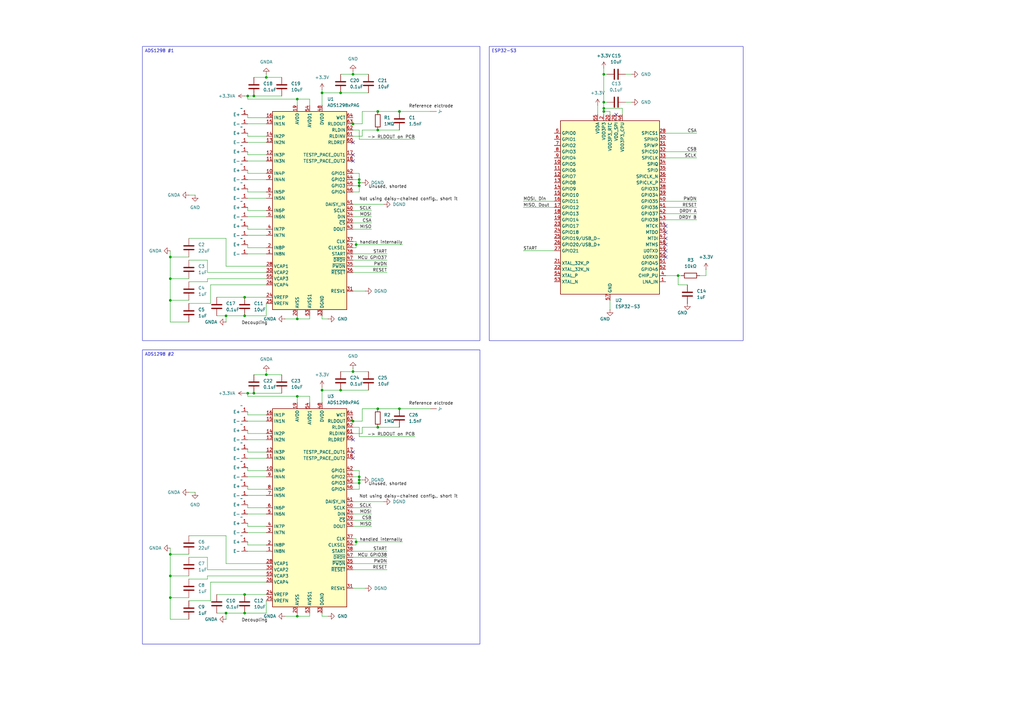
<source format=kicad_sch>
(kicad_sch (version 20250114) (generator "eeschema") (generator_version "9.0")
  (paper "A3")
  (title_block (title "sEMG Wirstband") (company "McGill AI Lab - Researcher: Karen Chen Lai"))
  (lib_symbols
    (symbol "Analog_ADC:ADS1298xPAG"
      (property "Reference" "U" (at -15.24 41.91 0))
      (property "Value" "ADS1298xPAG" (at 6.35 41.91 0))
      (symbol "ADS1298xPAG_0_1"
        (rectangle (start -15.24 40.64) (end 15.24 -40.64) (stroke (width 0.254)) (fill (type background)))
      )
      (symbol "ADS1298xPAG_1_1"
        (pin input line (at -17.78 38.1 0) (length 2.54) (name "IN1P") (number "16"))
        (pin input line (at -17.78 35.56 0) (length 2.54) (name "IN1N") (number "15"))
        (pin input line (at -17.78 30.48 0) (length 2.54) (name "IN2P") (number "14"))
        (pin input line (at -17.78 27.94 0) (length 2.54) (name "IN2N") (number "13"))
        (pin input line (at -17.78 22.86 0) (length 2.54) (name "IN3P") (number "12"))
        (pin input line (at -17.78 20.32 0) (length 2.54) (name "IN3N") (number "11"))
        (pin input line (at -17.78 15.24 0) (length 2.54) (name "IN4P") (number "10"))
        (pin input line (at -17.78 12.7 0) (length 2.54) (name "IN4N") (number "9"))
        (pin input line (at -17.78 7.62 0) (length 2.54) (name "IN5P") (number "8"))
        (pin input line (at -17.78 5.08 0) (length 2.54) (name "IN5N") (number "7"))
        (pin input line (at -17.78 0 0) (length 2.54) (name "IN6P") (number "6"))
        (pin input line (at -17.78 -2.54 0) (length 2.54) (name "IN6N") (number "5"))
        (pin input line (at -17.78 -7.62 0) (length 2.54) (name "IN7P") (number "4"))
        (pin input line (at -17.78 -10.16 0) (length 2.54) (name "IN7N") (number "3"))
        (pin input line (at -17.78 -15.24 0) (length 2.54) (name "IN8P") (number "2"))
        (pin input line (at -17.78 -17.78 0) (length 2.54) (name "IN8N") (number "1"))
        (pin passive line (at -17.78 -22.86 0) (length 2.54) (name "VCAP1") (number "28"))
        (pin passive line (at -17.78 -25.4 0) (length 2.54) (name "VCAP2") (number "30"))
        (pin passive line (at -17.78 -27.94 0) (length 2.54) (name "VCAP3") (number "55"))
        (pin passive line (at -17.78 -30.48 0) (length 2.54) (name "VCAP4") (number "26"))
        (pin passive line (at -17.78 -35.56 0) (length 2.54) (name "VREFP") (number "24"))
        (pin passive line (at -17.78 -38.1 0) (length 2.54) (name "VREFN") (number "25"))
        (pin power_in line (at -5.08 43.18 270) (length 2.54) (name "AVDD") (number "19"))
        (pin passive line (at -5.08 43.18 270) (length 2.54) (hide yes) (name "AVDD") (number "21"))
        (pin passive line (at -5.08 43.18 270) (length 2.54) (hide yes) (name "AVDD") (number "22"))
        (pin passive line (at -5.08 43.18 270) (length 2.54) (hide yes) (name "AVDD") (number "56"))
        (pin passive line (at -5.08 43.18 270) (length 2.54) (hide yes) (name "AVDD") (number "59"))
        (pin power_in line (at -5.08 -43.18 90) (length 2.54) (name "AVSS") (number "20"))
        (pin passive line (at -5.08 -43.18 90) (length 2.54) (hide yes) (name "AVSS") (number "23"))
        (pin passive line (at -5.08 -43.18 90) (length 2.54) (hide yes) (name "AVSS") (number "32"))
        (pin passive line (at -5.08 -43.18 90) (length 2.54) (hide yes) (name "AVSS") (number "57"))
        (pin passive line (at -5.08 -43.18 90) (length 2.54) (hide yes) (name "AVSS") (number "58"))
        (pin power_in line (at 0 43.18 270) (length 2.54) (name "AVDD1") (number "54"))
        (pin power_in line (at 0 -43.18 90) (length 2.54) (name "AVSS1") (number "53"))
        (pin power_in line (at 5.08 43.18 270) (length 2.54) (name "DVDD") (number "48"))
        (pin passive line (at 5.08 43.18 270) (length 2.54) (hide yes) (name "DVDD") (number "50"))
        (pin power_in line (at 5.08 -43.18 90) (length 2.54) (name "DGND") (number "33"))
        (pin passive line (at 5.08 -43.18 90) (length 2.54) (hide yes) (name "DGND") (number "49"))
        (pin passive line (at 5.08 -43.18 90) (length 2.54) (hide yes) (name "DGND") (number "51"))
        (pin no_connect line (at 15.24 -35.56 180) (length 2.54) (hide yes) (name "NC") (number "27"))
        (pin no_connect line (at 15.24 -38.1 180) (length 2.54) (hide yes) (name "NC") (number "29"))
        (pin output line (at 17.78 38.1 180) (length 2.54) (name "WCT") (number "64"))
        (pin output line (at 17.78 35.56 180) (length 2.54) (name "RLDOUT") (number "63"))
        (pin input line (at 17.78 33.02 180) (length 2.54) (name "RLDIN") (number "62"))
        (pin input line (at 17.78 30.48 180) (length 2.54) (name "RLDINV") (number "61"))
        (pin input line (at 17.78 27.94 180) (length 2.54) (name "RLDREF") (number "60"))
        (pin bidirectional line (at 17.78 22.86 180) (length 2.54) (name "TESTP_PACE_OUT1") (number "17"))
        (pin bidirectional line (at 17.78 20.32 180) (length 2.54) (name "TESTP_PACE_OUT2") (number "18"))
        (pin bidirectional line (at 17.78 15.24 180) (length 2.54) (name "GPIO1") (number "42"))
        (pin bidirectional line (at 17.78 12.7 180) (length 2.54) (name "GPIO2") (number "44"))
        (pin bidirectional line (at 17.78 10.16 180) (length 2.54) (name "GPIO3") (number "45"))
        (pin bidirectional line (at 17.78 7.62 180) (length 2.54) (name "GPIO4") (number "46"))
        (pin input line (at 17.78 2.54 180) (length 2.54) (name "DAISY_IN") (number "41"))
        (pin input line (at 17.78 0 180) (length 2.54) (name "SCLK") (number "40"))
        (pin input line (at 17.78 -2.54 180) (length 2.54) (name "DIN") (number "34"))
        (pin input line (at 17.78 -5.08 180) (length 2.54) (name "~{CS}") (number "39"))
        (pin output line (at 17.78 -7.62 180) (length 2.54) (name "DOUT") (number "43"))
        (pin bidirectional line (at 17.78 -12.7 180) (length 2.54) (name "CLK") (number "37"))
        (pin input line (at 17.78 -15.24 180) (length 2.54) (name "CLKSEL") (number "52"))
        (pin input line (at 17.78 -17.78 180) (length 2.54) (name "START") (number "38"))
        (pin output line (at 17.78 -20.32 180) (length 2.54) (name "~{DRDY}") (number "47"))
        (pin input line (at 17.78 -22.86 180) (length 2.54) (name "~{PWDN}") (number "35"))
        (pin input line (at 17.78 -25.4 180) (length 2.54) (name "~{RESET}") (number "36"))
        (pin input line (at 17.78 -33.02 180) (length 2.54) (name "RESV1") (number "31"))
      )
    )
    (symbol "Device:C" (pin_numbers (hide yes)) (pin_names (offset 0.254))
      (property "Reference" "C" (at 0.635 2.54 0))
      (property "Value" "C" (at 0.635 -2.54 0))
      (symbol "C_0_1"
        (polyline (pts (xy -2.032 0.762) (xy 2.032 0.762)) (stroke (width 0.508)))
        (polyline (pts (xy -2.032 -0.762) (xy 2.032 -0.762)) (stroke (width 0.508)))
      )
      (symbol "C_1_1"
        (pin passive line (at 0 3.81 270) (length 2.794) (name "~") (number "1"))
        (pin passive line (at 0 -3.81 90) (length 2.794) (name "~") (number "2"))
      )
    )
    (symbol "Device:R" (pin_numbers (hide yes)) (pin_names (offset 0))
      (property "Reference" "R" (at 2.032 0 90))
      (property "Value" "R" (at 0 0 90))
      (symbol "R_0_1"
        (rectangle (start -1.016 -2.54) (end 1.016 2.54) (stroke (width 0.254)))
      )
      (symbol "R_1_1"
        (pin passive line (at 0 3.81 270) (length 1.27) (name "~") (number "1"))
        (pin passive line (at 0 -3.81 90) (length 1.27) (name "~") (number "2"))
      )
    )
    (symbol "MCU_Espressif:ESP32-S3"
      (property "Reference" "U" (at 10.16 -38.1 0))
      (property "Value" "ESP32-S3" (at 13.97 -40.64 0))
      (symbol "ESP32-S3_0_1"
        (rectangle (start -20.32 35.56) (end 20.32 -35.56) (stroke (width 0.254)) (fill (type background)))
      )
      (symbol "ESP32-S3_1_0"
        (pin passive line (at -5.08 38.1 270) (length 2.54) (hide yes) (name "VDDA") (number "56"))
        (pin bidirectional line (at 22.86 12.7 180) (length 2.54) (name "SPICLK_N") (number "36"))
        (pin bidirectional line (at 22.86 -10.16 180) (length 2.54) (name "MTDO") (number "45"))
        (pin bidirectional line (at 22.86 -22.86 180) (length 2.54) (name "GPIO45") (number "51"))
      )
      (symbol "ESP32-S3_1_1"
        (pin bidirectional line (at -22.86 30.48 0) (length 2.54) (name "GPIO0") (number "5"))
        (pin bidirectional line (at -22.86 27.94 0) (length 2.54) (name "GPIO1") (number "6"))
        (pin bidirectional line (at -22.86 25.4 0) (length 2.54) (name "GPIO2") (number "7"))
        (pin bidirectional line (at -22.86 22.86 0) (length 2.54) (name "GPIO3") (number "8"))
        (pin bidirectional line (at -22.86 20.32 0) (length 2.54) (name "GPIO4") (number "9"))
        (pin bidirectional line (at -22.86 17.78 0) (length 2.54) (name "GPIO5") (number "10"))
        (pin bidirectional line (at -22.86 15.24 0) (length 2.54) (name "GPIO6") (number "11"))
        (pin bidirectional line (at -22.86 12.7 0) (length 2.54) (name "GPIO7") (number "12"))
        (pin bidirectional line (at -22.86 10.16 0) (length 2.54) (name "GPIO8") (number "13"))
        (pin bidirectional line (at -22.86 7.62 0) (length 2.54) (name "GPIO9") (number "14"))
        (pin bidirectional line (at -22.86 5.08 0) (length 2.54) (name "GPIO10") (number "15"))
        (pin bidirectional line (at -22.86 2.54 0) (length 2.54) (name "GPIO11") (number "16"))
        (pin bidirectional line (at -22.86 0 0) (length 2.54) (name "GPIO12") (number "17"))
        (pin bidirectional line (at -22.86 -2.54 0) (length 2.54) (name "GPIO13") (number "18"))
        (pin bidirectional line (at -22.86 -5.08 0) (length 2.54) (name "GPIO14") (number "19"))
        (pin bidirectional line (at -22.86 -7.62 0) (length 2.54) (name "GPIO17") (number "23"))
        (pin bidirectional line (at -22.86 -10.16 0) (length 2.54) (name "GPIO18") (number "24"))
        (pin bidirectional line (at -22.86 -12.7 0) (length 2.54) (name "GPIO19/USB_D-") (number "25"))
        (pin bidirectional line (at -22.86 -15.24 0) (length 2.54) (name "GPIO20/USB_D+") (number "26"))
        (pin bidirectional line (at -22.86 -17.78 0) (length 2.54) (name "GPIO21") (number "27"))
        (pin passive line (at -22.86 -22.86 0) (length 2.54) (name "XTAL_32K_P") (number "21"))
        (pin passive line (at -22.86 -25.4 0) (length 2.54) (name "XTAL_32K_N") (number "22"))
        (pin input line (at -22.86 -27.94 0) (length 2.54) (name "XTAL_P") (number "54"))
        (pin output line (at -22.86 -30.48 0) (length 2.54) (name "XTAL_N") (number "53"))
        (pin power_in line (at -5.08 38.1 270) (length 2.54) (name "VDDA") (number "55"))
        (pin power_in line (at -2.54 38.1 270) (length 2.54) (name "VDD3P3") (number "2"))
        (pin passive line (at -2.54 38.1 270) (length 2.54) (hide yes) (name "VDD3P3") (number "3"))
        (pin power_in line (at 0 38.1 270) (length 2.54) (name "VDD3P3_RTC") (number "20"))
        (pin power_in line (at 0 -38.1 90) (length 2.54) (name "GND") (number "57"))
        (pin power_in line (at 2.54 38.1 270) (length 2.54) (name "VDD_SPI") (number "29"))
        (pin power_in line (at 5.08 38.1 270) (length 2.54) (name "VDD3P3_CPU") (number "46"))
        (pin bidirectional line (at 22.86 30.48 180) (length 2.54) (name "SPICS1") (number "28"))
        (pin bidirectional line (at 22.86 27.94 180) (length 2.54) (name "SPIHD") (number "30"))
        (pin bidirectional line (at 22.86 25.4 180) (length 2.54) (name "SPIWP") (number "31"))
        (pin bidirectional line (at 22.86 22.86 180) (length 2.54) (name "SPICS0") (number "32"))
        (pin bidirectional line (at 22.86 20.32 180) (length 2.54) (name "SPICLK") (number "33"))
        (pin bidirectional line (at 22.86 17.78 180) (length 2.54) (name "SPIQ") (number "34"))
        (pin bidirectional line (at 22.86 15.24 180) (length 2.54) (name "SPID") (number "35"))
        (pin bidirectional line (at 22.86 10.16 180) (length 2.54) (name "SPICLK_P") (number "37"))
        (pin bidirectional line (at 22.86 7.62 180) (length 2.54) (name "GPIO33") (number "38"))
        (pin bidirectional line (at 22.86 5.08 180) (length 2.54) (name "GPIO34") (number "39"))
        (pin bidirectional line (at 22.86 2.54 180) (length 2.54) (name "GPIO35") (number "40"))
        (pin bidirectional line (at 22.86 0 180) (length 2.54) (name "GPIO36") (number "41"))
        (pin bidirectional line (at 22.86 -2.54 180) (length 2.54) (name "GPIO37") (number "42"))
        (pin bidirectional line (at 22.86 -5.08 180) (length 2.54) (name "GPIO38") (number "43"))
        (pin bidirectional line (at 22.86 -7.62 180) (length 2.54) (name "MTCK") (number "44"))
        (pin bidirectional line (at 22.86 -12.7 180) (length 2.54) (name "MTDI") (number "47"))
        (pin bidirectional line (at 22.86 -15.24 180) (length 2.54) (name "MTMS") (number "48"))
        (pin bidirectional line (at 22.86 -17.78 180) (length 2.54) (name "U0TXD") (number "49"))
        (pin bidirectional line (at 22.86 -20.32 180) (length 2.54) (name "U0RXD") (number "50"))
        (pin bidirectional line (at 22.86 -25.4 180) (length 2.54) (name "GPIO46") (number "52"))
        (pin input line (at 22.86 -27.94 180) (length 2.54) (name "CHIP_PU") (number "4"))
        (pin bidirectional line (at 22.86 -30.48 180) (length 2.54) (name "LNA_IN") (number "1"))
      )
    )
    (symbol "differential_electrode_1"
      (symbol "differential_electrode_1_1_1"
        (pin passive line (at 1.27 1.27 180) (length 2.54) (name "E+") (number "1"))
        (pin passive line (at 1.27 -2.54 180) (length 2.54) (name "E-") (number "1"))
      )
    )
    (symbol "differential_electrode_10"
      (symbol "differential_electrode_10_1_1"
        (pin passive line (at 1.27 1.27 180) (length 2.54) (name "E+") (number "1"))
        (pin passive line (at 1.27 -2.54 180) (length 2.54) (name "E-") (number "1"))
      )
    )
    (symbol "differential_electrode_11"
      (symbol "differential_electrode_11_1_1"
        (pin passive line (at 1.27 1.27 180) (length 2.54) (name "E+") (number "1"))
        (pin passive line (at 1.27 -2.54 180) (length 2.54) (name "E-") (number "1"))
      )
    )
    (symbol "differential_electrode_12"
      (symbol "differential_electrode_12_1_1"
        (pin passive line (at 1.27 1.27 180) (length 2.54) (name "E+") (number "1"))
        (pin passive line (at 1.27 -2.54 180) (length 2.54) (name "E-") (number "1"))
      )
    )
    (symbol "differential_electrode_13"
      (symbol "differential_electrode_13_1_1"
        (pin passive line (at 1.27 1.27 180) (length 2.54) (name "E+") (number "1"))
        (pin passive line (at 1.27 -2.54 180) (length 2.54) (name "E-") (number "1"))
      )
    )
    (symbol "differential_electrode_14"
      (symbol "differential_electrode_14_1_1"
        (pin passive line (at 1.27 1.27 180) (length 2.54) (name "E+") (number "1"))
        (pin passive line (at 1.27 -2.54 180) (length 2.54) (name "E-") (number "1"))
      )
    )
    (symbol "differential_electrode_15"
      (symbol "differential_electrode_15_1_1"
        (pin passive line (at 1.27 1.27 180) (length 2.54) (name "E+") (number "1"))
        (pin passive line (at 1.27 -2.54 180) (length 2.54) (name "E-") (number "1"))
      )
    )
    (symbol "differential_electrode_2"
      (symbol "differential_electrode_2_1_1"
        (pin passive line (at 1.27 1.27 180) (length 2.54) (name "E+") (number "1"))
        (pin passive line (at 1.27 -2.54 180) (length 2.54) (name "E-") (number "1"))
      )
    )
    (symbol "differential_electrode_3"
      (symbol "differential_electrode_3_1_1"
        (pin passive line (at 1.27 1.27 180) (length 2.54) (name "E+") (number "1"))
        (pin passive line (at 1.27 -2.54 180) (length 2.54) (name "E-") (number "1"))
      )
    )
    (symbol "differential_electrode_4"
      (symbol "differential_electrode_4_1_1"
        (pin passive line (at 1.27 1.27 180) (length 2.54) (name "E+") (number "1"))
        (pin passive line (at 1.27 -2.54 180) (length 2.54) (name "E-") (number "1"))
      )
    )
    (symbol "differential_electrode_5"
      (symbol "differential_electrode_5_1_1"
        (pin passive line (at 1.27 1.27 180) (length 2.54) (name "E+") (number "1"))
        (pin passive line (at 1.27 -2.54 180) (length 2.54) (name "E-") (number "1"))
      )
    )
    (symbol "differential_electrode_6"
      (symbol "differential_electrode_6_1_1"
        (pin passive line (at 1.27 1.27 180) (length 2.54) (name "E+") (number "1"))
        (pin passive line (at 1.27 -2.54 180) (length 2.54) (name "E-") (number "1"))
      )
    )
    (symbol "differential_electrode_7"
      (symbol "differential_electrode_7_1_1"
        (pin passive line (at 1.27 1.27 180) (length 2.54) (name "E+") (number "1"))
        (pin passive line (at 1.27 -2.54 180) (length 2.54) (name "E-") (number "1"))
      )
    )
    (symbol "differential_electrode_8"
      (symbol "differential_electrode_8_1_1"
        (pin passive line (at 1.27 1.27 180) (length 2.54) (name "E+") (number "1"))
        (pin passive line (at 1.27 -2.54 180) (length 2.54) (name "E-") (number "1"))
      )
    )
    (symbol "differential_electrode_9"
      (symbol "differential_electrode_9_1_1"
        (pin passive line (at 1.27 1.27 180) (length 2.54) (name "E+") (number "1"))
        (pin passive line (at 1.27 -2.54 180) (length 2.54) (name "E-") (number "1"))
      )
    )
    (symbol "dry_electrode:differential_electrode"
      (symbol "differential_electrode_1_1"
        (pin passive line (at 1.27 1.27 180) (length 2.54) (name "E+") (number "1"))
        (pin passive line (at 1.27 -2.54 180) (length 2.54) (name "E-") (number "1"))
      )
    )
    (symbol "power:GND" (power) (pin_numbers (hide yes)) (pin_names (offset 0) (hide yes))
      (property "Value" "GND" (at 0 -3.81 0))
      (symbol "GND_0_1"
        (polyline (pts (xy 0 0) (xy 0 -1.27) (xy 1.27 -1.27) (xy 0 -2.54) (xy -1.27 -1.27) (xy 0 -1.27)))
      )
      (symbol "GND_1_1"
        (pin power_in line (at 0 0 270) (length 0) (name "~") (number "1"))
      )
    )
    (symbol "power:VDD" (power) (pin_numbers (hide yes)) (pin_names (offset 0) (hide yes))
      (property "Value" "VDD" (at 0 3.556 0))
      (symbol "VDD_0_1"
        (polyline (pts (xy -0.762 1.27) (xy 0 2.54)))
        (polyline (pts (xy 0 2.54) (xy 0.762 1.27)))
        (polyline (pts (xy 0 0) (xy 0 2.54)))
      )
      (symbol "VDD_1_1"
        (pin power_in line (at 0 0 90) (length 0) (name "~") (number "1"))
      )
    )
    (symbol "power:VDDA" (power) (pin_numbers (hide yes)) (pin_names (offset 0) (hide yes))
      (property "Value" "VDDA" (at 0 3.556 0))
      (symbol "VDDA_0_1"
        (polyline (pts (xy -0.762 1.27) (xy 0 2.54)))
        (polyline (pts (xy 0 2.54) (xy 0.762 1.27)))
        (polyline (pts (xy 0 0) (xy 0 2.54)))
      )
      (symbol "VDDA_1_1"
        (pin power_in line (at 0 0 90) (length 0) (name "~") (number "1"))
      )
    )
    (symbol "ref_electrode:J"
      (symbol "J_1_1"
        (pin passive line (at 1.27 0 0) (length 2.54) (name "J") (number ""))
      )
    )
  )
  (text_box "ADS1298 #2" (at 58.42 143.51 0) (size 138.43 120.65) (margins 0.9525 0.9525 0.9525 0.9525) (effects (font (size 1.27 1.27)) (justify left top)))
  (text_box "ESP32-S3\n" (at 200.66 19.05 0) (size 104.14 120.65) (margins 0.9525 0.9525 0.9525 0.9525) (effects (font (size 1.27 1.27)) (justify left top)))
  (text_box "ADS1298 #1\n" (at 58.42 19.05 0) (size 138.43 120.65) (margins 0.9525 0.9525 0.9525 0.9525) (effects (font (size 1.27 1.27)) (justify left top)))
  (junction (at 132.08 160.02))
  (junction (at 69.85 105.41))
  (junction (at 109.22 31.75))
  (junction (at 144.78 50.8))
  (junction (at 147.32 76.2))
  (junction (at 247.65 45.72))
  (junction (at 69.85 227.33))
  (junction (at 146.05 222.25))
  (junction (at 146.05 100.33))
  (junction (at 121.92 162.56))
  (junction (at 163.83 45.72))
  (junction (at 69.85 123.19))
  (junction (at 109.22 153.67))
  (junction (at 69.85 245.11))
  (junction (at 163.83 167.64))
  (junction (at 100.33 129.54))
  (junction (at 147.32 198.12))
  (junction (at 92.71 129.54))
  (junction (at 121.92 40.64))
  (junction (at 104.14 39.37))
  (junction (at 147.32 196.85))
  (junction (at 247.65 30.48))
  (junction (at 154.94 53.34))
  (junction (at 121.92 252.73))
  (junction (at 101.6 39.37))
  (junction (at 154.94 175.26))
  (junction (at 104.14 161.29))
  (junction (at 154.94 167.64))
  (junction (at 69.85 236.22))
  (junction (at 101.6 161.29))
  (junction (at 121.92 130.81))
  (junction (at 144.78 30.48))
  (junction (at 69.85 114.3))
  (junction (at 100.33 243.84))
  (junction (at 139.7 160.02))
  (junction (at 247.65 41.91))
  (junction (at 147.32 74.93))
  (junction (at 100.33 251.46))
  (junction (at 154.94 45.72))
  (junction (at 147.32 195.58))
  (junction (at 144.78 172.72))
  (junction (at 278.13 113.03))
  (junction (at 144.78 152.4))
  (junction (at 139.7 38.1))
  (junction (at 247.65 44.45))
  (junction (at 147.32 73.66))
  (junction (at 92.71 251.46))
  (junction (at 132.08 38.1))
  (junction (at 100.33 121.92))
  (no_connect (at 144.78 185.42))
  (no_connect (at 144.78 187.96))
  (no_connect (at 144.78 58.42))
  (no_connect (at 252.73 46.99))
  (no_connect (at 273.05 105.41))
  (no_connect (at 273.05 92.71))
  (no_connect (at 144.78 66.04))
  (no_connect (at 273.05 97.79))
  (no_connect (at 144.78 180.34))
  (no_connect (at 273.05 102.87))
  (no_connect (at 273.05 95.25))
  (no_connect (at 144.78 63.5))
  (no_connect (at 273.05 100.33))
  (wire (pts (xy 165.1 100.33) (xy 146.05 100.33)))
  (wire (pts (xy 101.6 48.26) (xy 101.6 46.99)))
  (wire (pts (xy 109.22 177.8) (xy 101.6 177.8)))
  (wire (pts (xy 101.6 180.34) (xy 109.22 180.34)))
  (wire (pts (xy 109.22 71.12) (xy 101.6 71.12)))
  (wire (pts (xy 273.05 82.55) (xy 285.75 82.55)))
  (wire (pts (xy 101.6 63.5) (xy 101.6 62.23)))
  (wire (pts (xy 101.6 66.04) (xy 109.22 66.04)))
  (wire (pts (xy 163.83 167.64) (xy 176.53 167.64)))
  (wire (pts (xy 144.78 226.06) (xy 158.75 226.06)))
  (wire (pts (xy 101.6 215.9) (xy 101.6 214.63)))
  (wire (pts (xy 146.05 222.25) (xy 146.05 220.98)))
  (wire (pts (xy 144.78 111.76) (xy 158.75 111.76)))
  (wire (pts (xy 109.22 170.18) (xy 101.6 170.18)))
  (wire (pts (xy 101.6 58.42) (xy 109.22 58.42)))
  (wire (pts (xy 248.92 30.48) (xy 247.65 30.48)))
  (wire (pts (xy 101.6 210.82) (xy 109.22 210.82)))
  (wire (pts (xy 69.85 105.41) (xy 69.85 114.3)))
  (wire (pts (xy 147.32 198.12) (xy 147.32 200.66)))
  (wire (pts (xy 121.92 130.81) (xy 127 130.81)))
  (wire (pts (xy 69.85 114.3) (xy 77.47 114.3)))
  (wire (pts (xy 109.22 153.67) (xy 115.57 153.67)))
  (wire (pts (xy 127 129.54) (xy 127 130.81)))
  (wire (pts (xy 109.22 200.66) (xy 101.6 200.66)))
  (wire (pts (xy 92.71 231.14) (xy 92.71 219.71)))
  (wire (pts (xy 77.47 201.93) (xy 80.01 201.93)))
  (wire (pts (xy 214.63 102.87) (xy 227.33 102.87)))
  (wire (pts (xy 77.47 246.38) (xy 86.36 246.38)))
  (wire (pts (xy 144.78 93.98) (xy 152.4 93.98)))
  (wire (pts (xy 109.22 63.5) (xy 101.6 63.5)))
  (wire (pts (xy 144.78 29.21) (xy 144.78 30.48)))
  (wire (pts (xy 69.85 245.11) (xy 69.85 254)))
  (wire (pts (xy 147.32 53.34) (xy 147.32 57.15)))
  (wire (pts (xy 278.13 113.03) (xy 278.13 116.84)))
  (wire (pts (xy 109.22 152.4) (xy 109.22 153.67)))
  (wire (pts (xy 256.54 41.91) (xy 259.08 41.91)))
  (wire (pts (xy 86.36 116.84) (xy 86.36 124.46)))
  (wire (pts (xy 144.78 177.8) (xy 148.59 177.8)))
  (wire (pts (xy 247.65 44.45) (xy 255.27 44.45)))
  (wire (pts (xy 144.78 193.04) (xy 147.32 193.04)))
  (wire (pts (xy 245.11 43.18) (xy 245.11 46.99)))
  (wire (pts (xy 146.05 222.25) (xy 146.05 223.52)))
  (wire (pts (xy 278.13 113.03) (xy 279.4 113.03)))
  (wire (pts (xy 132.08 251.46) (xy 132.08 252.73)))
  (wire (pts (xy 69.85 236.22) (xy 69.85 245.11)))
  (wire (pts (xy 144.78 195.58) (xy 147.32 195.58)))
  (wire (pts (xy 144.78 198.12) (xy 147.32 198.12)))
  (wire (pts (xy 165.1 222.25) (xy 146.05 222.25)))
  (wire (pts (xy 127 251.46) (xy 127 252.73)))
  (wire (pts (xy 132.08 130.81) (xy 134.62 130.81)))
  (wire (pts (xy 144.78 223.52) (xy 146.05 223.52)))
  (wire (pts (xy 250.19 123.19) (xy 250.19 127)))
  (wire (pts (xy 69.85 227.33) (xy 69.85 236.22)))
  (wire (pts (xy 148.59 45.72) (xy 154.94 45.72)))
  (wire (pts (xy 101.6 161.29) (xy 104.14 161.29)))
  (wire (pts (xy 100.33 243.84) (xy 109.22 243.84)))
  (wire (pts (xy 146.05 100.33) (xy 146.05 99.06)))
  (wire (pts (xy 139.7 30.48) (xy 144.78 30.48)))
  (wire (pts (xy 69.85 227.33) (xy 77.47 227.33)))
  (wire (pts (xy 273.05 90.17) (xy 285.75 90.17)))
  (wire (pts (xy 121.92 162.56) (xy 121.92 165.1)))
  (wire (pts (xy 154.94 45.72) (xy 163.83 45.72)))
  (wire (pts (xy 144.78 233.68) (xy 158.75 233.68)))
  (wire (pts (xy 154.94 53.34) (xy 163.83 53.34)))
  (wire (pts (xy 247.65 30.48) (xy 247.65 41.91)))
  (wire (pts (xy 101.6 101.6) (xy 101.6 100.33)))
  (wire (pts (xy 77.47 228.6) (xy 85.09 228.6)))
  (wire (pts (xy 69.85 224.79) (xy 69.85 227.33)))
  (wire (pts (xy 101.6 78.74) (xy 101.6 77.47)))
  (wire (pts (xy 121.92 40.64) (xy 121.92 43.18)))
  (wire (pts (xy 101.6 73.66) (xy 109.22 73.66)))
  (wire (pts (xy 132.08 160.02) (xy 139.7 160.02)))
  (wire (pts (xy 109.22 31.75) (xy 115.57 31.75)))
  (wire (pts (xy 69.85 114.3) (xy 69.85 123.19)))
  (wire (pts (xy 144.78 50.8) (xy 148.59 50.8)))
  (wire (pts (xy 255.27 44.45) (xy 255.27 46.99)))
  (wire (pts (xy 273.05 64.77) (xy 285.75 64.77)))
  (wire (pts (xy 101.6 55.88) (xy 101.6 54.61)))
  (wire (pts (xy 147.32 74.93) (xy 147.32 76.2)))
  (wire (pts (xy 144.78 78.74) (xy 147.32 78.74)))
  (wire (pts (xy 154.94 167.64) (xy 163.83 167.64)))
  (wire (pts (xy 144.78 88.9) (xy 152.4 88.9)))
  (wire (pts (xy 77.47 80.01) (xy 80.01 80.01)))
  (wire (pts (xy 247.65 27.94) (xy 247.65 30.48)))
  (wire (pts (xy 109.22 109.22) (xy 92.71 109.22)))
  (wire (pts (xy 109.22 246.38) (xy 109.22 251.46)))
  (wire (pts (xy 109.22 231.14) (xy 92.71 231.14)))
  (wire (pts (xy 273.05 85.09) (xy 285.75 85.09)))
  (wire (pts (xy 101.6 161.29) (xy 101.6 162.56)))
  (wire (pts (xy 101.6 86.36) (xy 101.6 85.09)))
  (wire (pts (xy 144.78 73.66) (xy 147.32 73.66)))
  (wire (pts (xy 101.6 223.52) (xy 101.6 222.25)))
  (wire (pts (xy 101.6 226.06) (xy 109.22 226.06)))
  (wire (pts (xy 250.19 46.99) (xy 250.19 45.72)))
  (wire (pts (xy 101.6 162.56) (xy 121.92 162.56)))
  (wire (pts (xy 144.78 101.6) (xy 146.05 101.6)))
  (wire (pts (xy 247.65 44.45) (xy 247.65 45.72)))
  (wire (pts (xy 139.7 152.4) (xy 144.78 152.4)))
  (wire (pts (xy 86.36 238.76) (xy 86.36 246.38)))
  (wire (pts (xy 144.78 220.98) (xy 146.05 220.98)))
  (wire (pts (xy 144.78 228.6) (xy 158.75 228.6)))
  (wire (pts (xy 148.59 167.64) (xy 154.94 167.64)))
  (wire (pts (xy 109.22 129.54) (xy 100.33 129.54)))
  (wire (pts (xy 92.71 132.08) (xy 92.71 129.54)))
  (wire (pts (xy 85.09 111.76) (xy 85.09 106.68)))
  (wire (pts (xy 92.71 251.46) (xy 100.33 251.46)))
  (wire (pts (xy 101.6 71.12) (xy 101.6 69.85)))
  (wire (pts (xy 154.94 175.26) (xy 163.83 175.26)))
  (wire (pts (xy 144.78 231.14) (xy 158.75 231.14)))
  (wire (pts (xy 104.14 31.75) (xy 109.22 31.75)))
  (wire (pts (xy 101.6 39.37) (xy 101.6 40.64)))
  (wire (pts (xy 101.6 177.8) (xy 101.6 176.53)))
  (wire (pts (xy 109.22 116.84) (xy 86.36 116.84)))
  (wire (pts (xy 132.08 252.73) (xy 134.62 252.73)))
  (wire (pts (xy 101.6 93.98) (xy 101.6 92.71)))
  (wire (pts (xy 147.32 73.66) (xy 147.32 74.93)))
  (wire (pts (xy 144.78 71.12) (xy 147.32 71.12)))
  (wire (pts (xy 144.78 208.28) (xy 152.4 208.28)))
  (wire (pts (xy 144.78 53.34) (xy 147.32 53.34)))
  (wire (pts (xy 92.71 109.22) (xy 92.71 97.79)))
  (wire (pts (xy 147.32 76.2) (xy 147.32 78.74)))
  (wire (pts (xy 281.94 116.84) (xy 278.13 116.84)))
  (wire (pts (xy 148.59 177.8) (xy 148.59 175.26)))
  (wire (pts (xy 132.08 38.1) (xy 132.08 43.18)))
  (wire (pts (xy 85.09 236.22) (xy 85.09 237.49)))
  (wire (pts (xy 109.22 30.48) (xy 109.22 31.75)))
  (wire (pts (xy 116.84 130.81) (xy 121.92 130.81)))
  (wire (pts (xy 69.85 236.22) (xy 77.47 236.22)))
  (wire (pts (xy 121.92 129.54) (xy 121.92 130.81)))
  (wire (pts (xy 109.22 48.26) (xy 101.6 48.26)))
  (wire (pts (xy 109.22 236.22) (xy 85.09 236.22)))
  (wire (pts (xy 77.47 237.49) (xy 85.09 237.49)))
  (wire (pts (xy 77.47 132.08) (xy 69.85 132.08)))
  (wire (pts (xy 247.65 45.72) (xy 247.65 46.99)))
  (wire (pts (xy 146.05 100.33) (xy 146.05 101.6)))
  (wire (pts (xy 101.6 170.18) (xy 101.6 168.91)))
  (wire (pts (xy 109.22 55.88) (xy 101.6 55.88)))
  (wire (pts (xy 259.08 30.48) (xy 256.54 30.48)))
  (wire (pts (xy 101.6 104.14) (xy 109.22 104.14)))
  (wire (pts (xy 69.85 102.87) (xy 69.85 105.41)))
  (wire (pts (xy 109.22 208.28) (xy 101.6 208.28)))
  (wire (pts (xy 148.59 53.34) (xy 154.94 53.34)))
  (wire (pts (xy 148.59 172.72) (xy 148.59 167.64)))
  (wire (pts (xy 144.78 151.13) (xy 144.78 152.4)))
  (wire (pts (xy 101.6 81.28) (xy 109.22 81.28)))
  (wire (pts (xy 148.59 50.8) (xy 148.59 45.72)))
  (wire (pts (xy 127 43.18) (xy 127 40.64)))
  (wire (pts (xy 92.71 129.54) (xy 100.33 129.54)))
  (wire (pts (xy 88.9 129.54) (xy 92.71 129.54)))
  (wire (pts (xy 69.85 123.19) (xy 69.85 132.08)))
  (wire (pts (xy 247.65 41.91) (xy 247.65 44.45)))
  (wire (pts (xy 144.78 99.06) (xy 146.05 99.06)))
  (wire (pts (xy 92.71 97.79) (xy 77.47 97.79)))
  (wire (pts (xy 104.14 39.37) (xy 115.57 39.37)))
  (wire (pts (xy 109.22 185.42) (xy 101.6 185.42)))
  (wire (pts (xy 109.22 233.68) (xy 85.09 233.68)))
  (wire (pts (xy 101.6 195.58) (xy 109.22 195.58)))
  (wire (pts (xy 104.14 153.67) (xy 109.22 153.67)))
  (wire (pts (xy 144.78 104.14) (xy 158.75 104.14)))
  (wire (pts (xy 101.6 88.9) (xy 109.22 88.9)))
  (wire (pts (xy 92.71 254) (xy 92.71 251.46)))
  (wire (pts (xy 144.78 210.82) (xy 152.4 210.82)))
  (wire (pts (xy 144.78 30.48) (xy 151.13 30.48)))
  (wire (pts (xy 132.08 38.1) (xy 139.7 38.1)))
  (wire (pts (xy 121.92 252.73) (xy 127 252.73)))
  (wire (pts (xy 88.9 251.46) (xy 92.71 251.46)))
  (wire (pts (xy 85.09 233.68) (xy 85.09 228.6)))
  (wire (pts (xy 88.9 243.84) (xy 100.33 243.84)))
  (wire (pts (xy 144.78 76.2) (xy 147.32 76.2)))
  (wire (pts (xy 132.08 158.75) (xy 132.08 160.02)))
  (wire (pts (xy 147.32 196.85) (xy 147.32 198.12)))
  (wire (pts (xy 144.78 205.74) (xy 157.48 205.74)))
  (wire (pts (xy 109.22 101.6) (xy 101.6 101.6)))
  (wire (pts (xy 104.14 161.29) (xy 115.57 161.29)))
  (wire (pts (xy 147.32 74.93) (xy 148.59 74.93)))
  (wire (pts (xy 101.6 39.37) (xy 104.14 39.37)))
  (wire (pts (xy 101.6 172.72) (xy 109.22 172.72)))
  (wire (pts (xy 109.22 215.9) (xy 101.6 215.9)))
  (wire (pts (xy 109.22 114.3) (xy 85.09 114.3)))
  (wire (pts (xy 100.33 39.37) (xy 101.6 39.37)))
  (wire (pts (xy 77.47 106.68) (xy 85.09 106.68)))
  (wire (pts (xy 127 165.1) (xy 127 162.56)))
  (wire (pts (xy 147.32 193.04) (xy 147.32 195.58)))
  (wire (pts (xy 214.63 82.55) (xy 227.33 82.55)))
  (wire (pts (xy 147.32 57.15) (xy 170.18 57.15)))
  (wire (pts (xy 121.92 162.56) (xy 127 162.56)))
  (wire (pts (xy 101.6 208.28) (xy 101.6 207.01)))
  (wire (pts (xy 101.6 187.96) (xy 109.22 187.96)))
  (wire (pts (xy 139.7 38.1) (xy 151.13 38.1)))
  (wire (pts (xy 273.05 87.63) (xy 285.75 87.63)))
  (wire (pts (xy 148.59 55.88) (xy 148.59 53.34)))
  (wire (pts (xy 147.32 71.12) (xy 147.32 73.66)))
  (wire (pts (xy 247.65 41.91) (xy 248.92 41.91)))
  (wire (pts (xy 101.6 50.8) (xy 109.22 50.8)))
  (wire (pts (xy 144.78 241.3) (xy 149.86 241.3)))
  (wire (pts (xy 132.08 160.02) (xy 132.08 165.1)))
  (wire (pts (xy 101.6 203.2) (xy 109.22 203.2)))
  (wire (pts (xy 132.08 36.83) (xy 132.08 38.1)))
  (wire (pts (xy 85.09 114.3) (xy 85.09 115.57)))
  (wire (pts (xy 121.92 251.46) (xy 121.92 252.73)))
  (wire (pts (xy 69.85 123.19) (xy 77.47 123.19)))
  (wire (pts (xy 144.78 55.88) (xy 148.59 55.88)))
  (wire (pts (xy 88.9 121.92) (xy 100.33 121.92)))
  (wire (pts (xy 144.78 200.66) (xy 147.32 200.66)))
  (wire (pts (xy 77.47 115.57) (xy 85.09 115.57)))
  (wire (pts (xy 273.05 54.61) (xy 285.75 54.61)))
  (wire (pts (xy 77.47 254) (xy 69.85 254)))
  (wire (pts (xy 69.85 245.11) (xy 77.47 245.11)))
  (wire (pts (xy 143.51 172.72) (xy 144.78 172.72)))
  (wire (pts (xy 101.6 200.66) (xy 101.6 199.39)))
  (wire (pts (xy 144.78 213.36) (xy 152.4 213.36)))
  (wire (pts (xy 69.85 105.41) (xy 77.47 105.41)))
  (wire (pts (xy 147.32 179.07) (xy 170.18 179.07)))
  (wire (pts (xy 214.63 85.09) (xy 227.33 85.09)))
  (wire (pts (xy 250.19 45.72) (xy 247.65 45.72)))
  (wire (pts (xy 109.22 251.46) (xy 100.33 251.46)))
  (wire (pts (xy 147.32 195.58) (xy 147.32 196.85)))
  (wire (pts (xy 144.78 215.9) (xy 152.4 215.9)))
  (wire (pts (xy 132.08 129.54) (xy 132.08 130.81)))
  (wire (pts (xy 109.22 78.74) (xy 101.6 78.74)))
  (wire (pts (xy 101.6 218.44) (xy 109.22 218.44)))
  (wire (pts (xy 77.47 124.46) (xy 86.36 124.46)))
  (wire (pts (xy 100.33 121.92) (xy 109.22 121.92)))
  (wire (pts (xy 144.78 86.36) (xy 152.4 86.36)))
  (wire (pts (xy 101.6 40.64) (xy 121.92 40.64)))
  (wire (pts (xy 109.22 193.04) (xy 101.6 193.04)))
  (wire (pts (xy 109.22 124.46) (xy 109.22 129.54)))
  (wire (pts (xy 287.02 113.03) (xy 289.56 113.03)))
  (wire (pts (xy 100.33 161.29) (xy 101.6 161.29)))
  (wire (pts (xy 289.56 110.49) (xy 289.56 113.03)))
  (wire (pts (xy 109.22 223.52) (xy 101.6 223.52)))
  (wire (pts (xy 116.84 252.73) (xy 121.92 252.73)))
  (wire (pts (xy 147.32 175.26) (xy 147.32 179.07)))
  (wire (pts (xy 101.6 96.52) (xy 109.22 96.52)))
  (wire (pts (xy 92.71 219.71) (xy 77.47 219.71)))
  (wire (pts (xy 148.59 175.26) (xy 154.94 175.26)))
  (wire (pts (xy 163.83 45.72) (xy 176.53 45.72)))
  (wire (pts (xy 139.7 160.02) (xy 151.13 160.02)))
  (wire (pts (xy 109.22 111.76) (xy 85.09 111.76)))
  (wire (pts (xy 144.78 106.68) (xy 158.75 106.68)))
  (wire (pts (xy 101.6 193.04) (xy 101.6 191.77)))
  (wire (pts (xy 144.78 119.38) (xy 149.86 119.38)))
  (wire (pts (xy 109.22 86.36) (xy 101.6 86.36)))
  (wire (pts (xy 144.78 91.44) (xy 152.4 91.44)))
  (wire (pts (xy 144.78 175.26) (xy 147.32 175.26)))
  (wire (pts (xy 273.05 113.03) (xy 278.13 113.03)))
  (wire (pts (xy 144.78 109.22) (xy 158.75 109.22)))
  (wire (pts (xy 144.78 83.82) (xy 157.48 83.82)))
  (wire (pts (xy 143.51 50.8) (xy 144.78 50.8)))
  (wire (pts (xy 109.22 238.76) (xy 86.36 238.76)))
  (wire (pts (xy 101.6 185.42) (xy 101.6 184.15)))
  (wire (pts (xy 273.05 62.23) (xy 285.75 62.23)))
  (wire (pts (xy 144.78 172.72) (xy 148.59 172.72)))
  (wire (pts (xy 109.22 93.98) (xy 101.6 93.98)))
  (wire (pts (xy 144.78 152.4) (xy 151.13 152.4)))
  (wire (pts (xy 121.92 40.64) (xy 127 40.64)))
  (wire (pts (xy 147.32 196.85) (xy 148.59 196.85)))
  (label "SCLK" (at 285.75 64.77 180))
  (label "MISO, Dout" (at 214.63 85.09 0))
  (label "CSB" (at 152.4 213.36 180))
  (label "Reference elctrode" (at 167.64 166.37 0))
  (label "Decoupling" (at 99.06 255.27 0))
  (label "MOSI, Din" (at 214.63 82.55 0))
  (label "SCLK" (at 152.4 208.28 180))
  (label "START" (at 158.75 104.14 180))
  (label "RESET" (at 285.75 85.09 180))
  (label "CSB" (at 285.75 62.23 180))
  (label "Decoupling" (at 99.06 133.35 0))
  (label "MOSI" (at 152.4 210.82 180))
  (label "DRDY A" (at 285.75 87.63 180))
  (label "handled internally" (at 165.1 222.25 180))
  (label "MISO" (at 152.4 93.98 180))
  (label "MISO" (at 152.4 215.9 180))
  (label "CSA" (at 152.4 91.44 180))
  (label "START" (at 214.63 102.87 0))
  (label "Reference elctrode" (at 167.64 44.45 0))
  (label "Not using daisy-chained config., short it" (at 147.32 82.55 0))
  (label "CSA" (at 285.75 54.61 180))
  (label "SCLK" (at 152.4 86.36 180))
  (label "MOSI" (at 152.4 88.9 180))
  (label "PWDN" (at 285.75 82.55 180))
  (label "START" (at 158.75 226.06 180))
  (label "Not using daisy-chained config., short it" (at 147.32 204.47 0))
  (label "RESET" (at 158.75 233.68 180))
  (label "PWDN" (at 158.75 231.14 180))
  (label "MCU GPIO38" (at 158.75 228.6 180))
  (label "-> RLDOUT on PCB" (at 170.18 57.15 180))
  (label "handled internally" (at 165.1 100.33 180))
  (label "Unused, shorted" (at 151.13 199.39 0))
  (label "DRDY B" (at 285.75 90.17 180))
  (label "Unused, shorted" (at 151.13 77.47 0))
  (label "-> RLDOUT on PCB" (at 170.18 179.07 180))
  (label "RESET" (at 158.75 111.76 180))
  (label "PWDN" (at 158.75 109.22 180))
  (label "MCU GPIO37" (at 158.75 106.68 180))
  (symbol (lib_id "Device:C") (at 281.94 120.65 0) (unit 1)
    (property "Reference" "C14" (at 285.75 119.3799 0) (effects (justify left)))
    (property "Value" "1uF" (at 285.75 121.9199 0) (effects (justify left)))
    (property "Description" "Unpolarized capacitor" (effects (hide yes)))
  )
  (symbol (lib_id "Device:C") (at 88.9 125.73 0) (unit 1)
    (property "Reference" "C17" (at 92.71 124.4599 0) (effects (justify left)))
    (property "Value" "0.1uF" (at 92.71 126.9999 0) (effects (justify left)))
    (property "Description" "Unpolarized capacitor" (effects (hide yes)))
  )
  (symbol (lib_id "power:GND") (at 92.71 132.08 270) (unit 1)
    (property "Reference" "#PWR08" (effects (hide yes)))
    (property "Value" "GNDA" (at 89.154 132.08 90) (effects (justify right)))
    (property "Description" "Power symbol creates a global label with name \"GND\" , ground" (effects (hide yes)))
  )
  (symbol (lib_id "power:VDDA") (at 100.33 39.37 90) (unit 1)
    (property "Reference" "#PWR031" (effects (hide yes)))
    (property "Value" "+3.3VA" (at 96.52 39.3699 90) (effects (justify left)))
    (property "Description" "Power symbol creates a global label with name \"VDDA\"" (effects (hide yes)))
  )
  (symbol (lib_id "power:GND") (at 148.59 196.85 90) (unit 1)
    (property "Reference" "#PWR022" (effects (hide yes)))
    (property "Value" "DGND" (at 152.146 196.85 90) (effects (justify right)))
    (property "Description" "Power symbol creates a global label with name \"GND\" , ground" (effects (hide yes)))
  )
  (symbol (lib_id "power:GND") (at 281.94 124.46 0) (unit 1)
    (property "Reference" "#PWR028" (effects (hide yes)))
    (property "Value" "GND" (at 281.9399 128.27 0) (effects (justify right)))
    (property "Description" "Power symbol creates a global label with name \"GND\" , ground" (effects (hide yes)))
  )
  (symbol (lib_id "Device:C") (at 77.47 128.27 0) (unit 1)
    (property "Reference" "C5" (at 81.28 126.9999 0) (effects (justify left)))
    (property "Value" "1uF" (at 81.28 129.5399 0) (effects (justify left)))
    (property "Description" "Unpolarized capacitor" (effects (hide yes)))
  )
  (symbol (lib_id "Device:C") (at 77.47 241.3 0) (unit 1)
    (property "Reference" "C8" (at 81.28 240.0299 0) (effects (justify left)))
    (property "Value" "1uF" (at 81.28 242.5699 0) (effects (justify left)))
    (property "Description" "Unpolarized capacitor" (effects (hide yes)))
  )
  (symbol (lib_id "Device:C") (at 100.33 247.65 0) (unit 1)
    (property "Reference" "C12" (at 104.14 246.3799 0) (effects (justify left)))
    (property "Value" "10uF" (at 104.14 248.9199 0) (effects (justify left)))
    (property "Description" "Unpolarized capacitor" (effects (hide yes)))
  )
  (symbol (lib_id "power:GND") (at 157.48 83.82 90) (unit 1)
    (property "Reference" "#PWR011" (effects (hide yes)))
    (property "Value" "DGND" (at 161.036 83.82 90) (effects (justify right)))
    (property "Description" "Power symbol creates a global label with name \"GND\" , ground" (effects (hide yes)))
  )
  (symbol (lib_name "differential_electrode_13") (lib_id "dry_electrode:differential_electrode") (at 100.33 200.66 0) (unit 1)
    (property "Reference" "E13" (effects (hide yes)))
    (property "Value" "~" (at 99.06 196.85 0))
  )
  (symbol (lib_id "MCU_Espressif:ESP32-S3") (at 250.19 85.09 0) (unit 1)
    (property "Reference" "U2" (at 252.3333 123.19 0) (effects (justify left)))
    (property "Value" "ESP32-S3" (at 252.3333 125.73 0) (effects (justify left)))
    (property "Footprint" "Package_DFN_QFN:QFN-56-1EP_7x7mm_P0.4mm_EP4x4mm" (effects (hide yes)))
    (property "Datasheet" "https://www.espressif.com/sites/default/files/documentation/esp32-s3_datasheet_en.pdf" (effects (hide yes)))
    (property "Description" "Microcontroller, Wi-Fi 802.11b/g/n, Bluetooth, 32bit" (effects (hide yes)))
  )
  (symbol (lib_name "differential_electrode_11") (lib_id "dry_electrode:differential_electrode") (at 100.33 185.42 0) (unit 1)
    (property "Reference" "E11" (effects (hide yes)))
    (property "Value" "~" (at 99.06 181.61 0))
  )
  (symbol (lib_id "Device:R") (at 154.94 171.45 0) (unit 1)
    (property "Reference" "R2" (at 157.48 170.1799 0) (effects (justify left)))
    (property "Value" "1MΩ" (at 157.48 172.7199 0) (effects (justify left)))
    (property "Description" "Resistor" (effects (hide yes)))
  )
  (symbol (lib_name "differential_electrode_15") (lib_id "dry_electrode:differential_electrode") (at 100.33 177.8 0) (unit 1)
    (property "Reference" "E10" (effects (hide yes)))
    (property "Value" "~" (at 99.06 173.99 0))
  )
  (symbol (lib_id "power:GND") (at 80.01 201.93 0) (unit 1)
    (property "Reference" "#PWR014" (effects (hide yes)))
    (property "Value" "GND" (at 80.01 207.01 0))
    (property "Description" "Power symbol creates a global label with name \"GND\" , ground" (effects (hide yes)))
  )
  (symbol (lib_id "Device:C") (at 151.13 156.21 0) (unit 1)
    (property "Reference" "C25" (at 154.94 154.9399 0) (effects (justify left)))
    (property "Value" "10uF" (at 154.94 157.4799 0) (effects (justify left)))
    (property "Description" "Unpolarized capacitor" (effects (hide yes)))
  )
  (symbol (lib_id "Device:C") (at 115.57 157.48 0) (unit 1)
    (property "Reference" "C23" (at 119.38 156.2099 0) (effects (justify left)))
    (property "Value" "10uF" (at 119.38 158.7499 0) (effects (justify left)))
    (property "Description" "Unpolarized capacitor" (effects (hide yes)))
  )
  (symbol (lib_name "differential_electrode_14") (lib_id "dry_electrode:differential_electrode") (at 100.33 193.04 0) (unit 1)
    (property "Reference" "E12" (effects (hide yes)))
    (property "Value" "~" (at 99.06 189.23 0))
  )
  (symbol (lib_id "power:GND") (at 69.85 102.87 270) (unit 1)
    (property "Reference" "#PWR09" (effects (hide yes)))
    (property "Value" "GNDA" (at 66.294 102.87 90) (effects (justify right)))
    (property "Description" "Power symbol creates a global label with name \"GND\" , ground" (effects (hide yes)))
  )
  (symbol (lib_id "Device:C") (at 252.73 30.48 90) (unit 1)
    (property "Reference" "C15" (at 252.73 22.86 90))
    (property "Value" "10uF" (at 252.73 25.4 90))
    (property "Description" "Unpolarized capacitor" (effects (hide yes)))
  )
  (symbol (lib_name "differential_electrode_8") (lib_id "dry_electrode:differential_electrode") (at 100.33 215.9 0) (unit 1)
    (property "Reference" "E15" (effects (hide yes)))
    (property "Value" "~" (at 99.06 212.09 0))
  )
  (symbol (lib_id "power:VDD") (at 289.56 110.49 0) (unit 1)
    (property "Reference" "#PWR027" (effects (hide yes)))
    (property "Value" "+3.3V" (at 289.56 105.41 0))
    (property "Description" "Power symbol creates a global label with name \"VDD\"" (effects (hide yes)))
  )
  (symbol (lib_id "power:GND") (at 80.01 80.01 0) (unit 1)
    (property "Reference" "#PWR03" (effects (hide yes)))
    (property "Value" "GND" (at 80.01 85.09 0))
    (property "Description" "Power symbol creates a global label with name \"GND\" , ground" (effects (hide yes)))
  )
  (symbol (lib_id "ref_electrode:J") (at 175.26 45.72 0) (unit 1)
    (property "Reference" "U4" (effects (hide yes)))
    (property "Value" "~" (at 180.34 45.7199 0) (effects (justify left)))
  )
  (symbol (lib_id "Device:R") (at 283.21 113.03 90) (unit 1)
    (property "Reference" "R3" (at 283.21 106.68 90))
    (property "Value" "10kΩ" (at 283.21 109.22 90))
    (property "Description" "Resistor" (effects (hide yes)))
  )
  (symbol (lib_id "power:GND") (at 69.85 224.79 270) (unit 1)
    (property "Reference" "#PWR04" (effects (hide yes)))
    (property "Value" "GNDA" (at 66.294 224.79 90) (effects (justify right)))
    (property "Description" "Power symbol creates a global label with name \"GND\" , ground" (effects (hide yes)))
  )
  (symbol (lib_name "differential_electrode_4") (lib_id "dry_electrode:differential_electrode") (at 100.33 78.74 0) (unit 1)
    (property "Reference" "E5" (effects (hide yes)))
    (property "Value" "~" (at 99.06 74.93 0))
  )
  (symbol (lib_name "differential_electrode_3") (lib_id "dry_electrode:differential_electrode") (at 100.33 71.12 0) (unit 1)
    (property "Reference" "E4" (effects (hide yes)))
    (property "Value" "~" (at 99.06 67.31 0))
  )
  (symbol (lib_id "Device:R") (at 154.94 49.53 0) (unit 1)
    (property "Reference" "R1" (at 157.48 48.2599 0) (effects (justify left)))
    (property "Value" "1MΩ" (at 157.48 50.7999 0) (effects (justify left)))
    (property "Description" "Resistor" (effects (hide yes)))
  )
  (symbol (lib_name "differential_electrode_10") (lib_id "dry_electrode:differential_electrode") (at 100.33 208.28 0) (unit 1)
    (property "Reference" "E14" (effects (hide yes)))
    (property "Value" "~" (at 99.06 204.47 0))
  )
  (symbol (lib_id "power:VDD") (at 132.08 36.83 0) (unit 1)
    (property "Reference" "#PWR032" (effects (hide yes)))
    (property "Value" "+3.3V" (at 132.08 31.75 0))
    (property "Description" "Power symbol creates a global label with name \"VDD\"" (effects (hide yes)))
  )
  (symbol (lib_id "Device:C") (at 88.9 247.65 0) (unit 1)
    (property "Reference" "C10" (at 92.71 246.3799 0) (effects (justify left)))
    (property "Value" "0.1uF" (at 92.71 248.9199 0) (effects (justify left)))
    (property "Description" "Unpolarized capacitor" (effects (hide yes)))
  )
  (symbol (lib_name "differential_electrode_2") (lib_id "dry_electrode:differential_electrode") (at 100.33 63.5 0) (unit 1)
    (property "Reference" "E3" (effects (hide yes)))
    (property "Value" "~" (at 99.06 59.69 0))
  )
  (symbol (lib_id "Device:C") (at 151.13 34.29 0) (unit 1)
    (property "Reference" "C21" (at 154.94 33.0199 0) (effects (justify left)))
    (property "Value" "10uF" (at 154.94 35.5599 0) (effects (justify left)))
    (property "Description" "Unpolarized capacitor" (effects (hide yes)))
  )
  (symbol (lib_id "power:GND") (at 92.71 254 270) (unit 1)
    (property "Reference" "#PWR015" (effects (hide yes)))
    (property "Value" "GNDA" (at 89.154 254 90) (effects (justify right)))
    (property "Description" "Power symbol creates a global label with name \"GND\" , ground" (effects (hide yes)))
  )
  (symbol (lib_id "Device:C") (at 252.73 41.91 90) (unit 1)
    (property "Reference" "C13" (at 252.73 34.29 90))
    (property "Value" "0.1uF" (at 252.73 36.83 90))
    (property "Description" "Unpolarized capacitor" (effects (hide yes)))
  )
  (symbol (lib_name "differential_electrode_1") (lib_id "dry_electrode:differential_electrode") (at 100.33 55.88 0) (unit 1)
    (property "Reference" "E2" (effects (hide yes)))
    (property "Value" "~" (at 99.06 52.07 0))
  )
  (symbol (lib_id "power:GND") (at 109.22 152.4 180) (unit 1)
    (property "Reference" "#PWR017" (effects (hide yes)))
    (property "Value" "GNDA" (at 109.22 147.32 0))
    (property "Description" "Power symbol creates a global label with name \"GND\" , ground" (effects (hide yes)))
  )
  (symbol (lib_id "ref_electrode:J") (at 175.26 167.64 0) (unit 1)
    (property "Reference" "U5" (effects (hide yes)))
    (property "Value" "~" (at 180.34 167.6399 0) (effects (justify left)))
  )
  (symbol (lib_id "power:GND") (at 149.86 119.38 90) (unit 1)
    (property "Reference" "#PWR012" (effects (hide yes)))
    (property "Value" "DGND" (at 153.416 119.38 90) (effects (justify right)))
    (property "Description" "Power symbol creates a global label with name \"GND\" , ground" (effects (hide yes)))
  )
  (symbol (lib_id "power:GND") (at 77.47 201.93 270) (unit 1)
    (property "Reference" "#PWR013" (effects (hide yes)))
    (property "Value" "GNDA" (at 73.914 201.93 90) (effects (justify right)))
    (property "Description" "Power symbol creates a global label with name \"GND\" , ground" (effects (hide yes)))
  )
  (symbol (lib_id "Analog_ADC:ADS1298xPAG") (at 127 208.28 0) (unit 1)
    (property "Reference" "U3" (at 134.2233 162.56 0) (effects (justify left)))
    (property "Value" "ADS1298xPAG" (at 134.2233 165.1 0) (effects (justify left)))
    (property "Footprint" "Package_QFP:TQFP-64_10x10mm_P0.5mm" (effects (hide yes)))
    (property "Datasheet" "http://www.ti.com/lit/ds/symlink/ads1298.pdf" (effects (hide yes)))
    (property "Description" "ADS1298 Low-Power, 8-Channel, 24-Bit Analog Front-End for Biopotential Measurements, TQFP-64" (effects (hide yes)))
  )
  (symbol (lib_name "differential_electrode_9") (lib_id "dry_electrode:differential_electrode") (at 100.33 223.52 0) (unit 1)
    (property "Reference" "E16" (effects (hide yes)))
    (property "Value" "~" (at 99.06 219.71 0))
  )
  (symbol (lib_id "power:GND") (at 77.47 80.01 270) (unit 1)
    (property "Reference" "#PWR010" (effects (hide yes)))
    (property "Value" "GNDA" (at 73.914 80.01 90) (effects (justify right)))
    (property "Description" "Power symbol creates a global label with name \"GND\" , ground" (effects (hide yes)))
  )
  (symbol (lib_id "power:GND") (at 149.86 241.3 90) (unit 1)
    (property "Reference" "#PWR033" (effects (hide yes)))
    (property "Value" "DGND" (at 153.416 241.3 90) (effects (justify right)))
    (property "Description" "Power symbol creates a global label with name \"GND\" , ground" (effects (hide yes)))
  )
  (symbol (lib_name "differential_electrode_7") (lib_id "dry_electrode:differential_electrode") (at 100.33 101.6 0) (unit 1)
    (property "Reference" "E8" (effects (hide yes)))
    (property "Value" "~" (at 99.06 97.79 0))
  )
  (symbol (lib_id "power:GND") (at 250.19 127 0) (unit 1)
    (property "Reference" "#PWR024" (effects (hide yes)))
    (property "Value" "GND" (at 250.1899 130.81 0) (effects (justify right)))
    (property "Description" "Power symbol creates a global label with name \"GND\" , ground" (effects (hide yes)))
  )
  (symbol (lib_id "Device:C") (at 139.7 34.29 0) (unit 1)
    (property "Reference" "C20" (at 143.51 33.0199 0) (effects (justify left)))
    (property "Value" "0.1uF" (at 143.51 35.5599 0) (effects (justify left)))
    (property "Description" "Unpolarized capacitor" (effects (hide yes)))
  )
  (symbol (lib_name "differential_electrode_6") (lib_id "dry_electrode:differential_electrode") (at 100.33 93.98 0) (unit 1)
    (property "Reference" "E7" (effects (hide yes)))
    (property "Value" "~" (at 99.06 90.17 0))
  )
  (symbol (lib_id "power:GND") (at 109.22 30.48 180) (unit 1)
    (property "Reference" "#PWR07" (effects (hide yes)))
    (property "Value" "GNDA" (at 109.22 25.4 0))
    (property "Description" "Power symbol creates a global label with name \"GND\" , ground" (effects (hide yes)))
  )
  (symbol (lib_id "Device:C") (at 77.47 101.6 0) (unit 1)
    (property "Reference" "C2" (at 81.28 100.3299 0) (effects (justify left)))
    (property "Value" "22uF" (at 81.28 102.8699 0) (effects (justify left)))
    (property "Description" "Unpolarized capacitor" (effects (hide yes)))
  )
  (symbol (lib_name "differential_electrode_12") (lib_id "dry_electrode:differential_electrode") (at 100.33 170.18 0) (unit 1)
    (property "Reference" "E9" (effects (hide yes)))
    (property "Value" "~" (at 99.06 166.37 0))
  )
  (symbol (lib_id "power:GND") (at 148.59 74.93 90) (unit 1)
    (property "Reference" "#PWR01" (effects (hide yes)))
    (property "Value" "DGND" (at 152.146 74.93 90) (effects (justify right)))
    (property "Description" "Power symbol creates a global label with name \"GND\" , ground" (effects (hide yes)))
  )
  (symbol (lib_id "power:GND") (at 144.78 29.21 180) (unit 1)
    (property "Reference" "#PWR05" (effects (hide yes)))
    (property "Value" "GND" (at 144.78 24.13 0))
    (property "Description" "Power symbol creates a global label with name \"GND\" , ground" (effects (hide yes)))
  )
  (symbol (lib_id "Device:C") (at 100.33 125.73 0) (unit 1)
    (property "Reference" "C11" (at 104.14 124.4599 0) (effects (justify left)))
    (property "Value" "10uF" (at 104.14 126.9999 0) (effects (justify left)))
    (property "Description" "Unpolarized capacitor" (effects (hide yes)))
  )
  (symbol (lib_id "Device:C") (at 104.14 35.56 0) (unit 1)
    (property "Reference" "C18" (at 107.95 34.2899 0) (effects (justify left)))
    (property "Value" "0.1uF" (at 107.95 36.8299 0) (effects (justify left)))
    (property "Description" "Unpolarized capacitor" (effects (hide yes)))
  )
  (symbol (lib_id "Device:C") (at 77.47 232.41 0) (unit 1)
    (property "Reference" "C7" (at 81.28 231.1399 0) (effects (justify left)))
    (property "Value" "1uF" (at 81.28 233.6799 0) (effects (justify left)))
    (property "Description" "Unpolarized capacitor" (effects (hide yes)))
  )
  (symbol (lib_id "dry_electrode:differential_electrode") (at 100.33 48.26 0) (unit 1)
    (property "Reference" "E1" (effects (hide yes)))
    (property "Value" "~" (at 99.06 44.45 0))
  )
  (symbol (lib_id "power:GND") (at 259.08 30.48 90) (unit 1)
    (property "Reference" "#PWR029" (effects (hide yes)))
    (property "Value" "GND" (at 262.89 30.4801 90) (effects (justify right)))
    (property "Description" "Power symbol creates a global label with name \"GND\" , ground" (effects (hide yes)))
  )
  (symbol (lib_id "Device:C") (at 115.57 35.56 0) (unit 1)
    (property "Reference" "C19" (at 119.38 34.2899 0) (effects (justify left)))
    (property "Value" "10uF" (at 119.38 36.8299 0) (effects (justify left)))
    (property "Description" "Unpolarized capacitor" (effects (hide yes)))
  )
  (symbol (lib_id "power:GND") (at 144.78 151.13 180) (unit 1)
    (property "Reference" "#PWR021" (effects (hide yes)))
    (property "Value" "GND" (at 144.78 146.05 0))
    (property "Description" "Power symbol creates a global label with name \"GND\" , ground" (effects (hide yes)))
  )
  (symbol (lib_id "power:VDD") (at 245.11 43.18 0) (unit 1)
    (property "Reference" "#PWR023" (effects (hide yes)))
    (property "Value" "+3.3V" (at 245.11 38.1 0))
    (property "Description" "Power symbol creates a global label with name \"VDD\"" (effects (hide yes)))
  )
  (symbol (lib_id "power:GND") (at 116.84 130.81 270) (unit 1)
    (property "Reference" "#PWR02" (effects (hide yes)))
    (property "Value" "GNDA" (at 113.284 130.81 90) (effects (justify right)))
    (property "Description" "Power symbol creates a global label with name \"GND\" , ground" (effects (hide yes)))
  )
  (symbol (lib_id "Device:C") (at 77.47 119.38 0) (unit 1)
    (property "Reference" "C4" (at 81.28 118.1099 0) (effects (justify left)))
    (property "Value" "1uF" (at 81.28 120.6499 0) (effects (justify left)))
    (property "Description" "Unpolarized capacitor" (effects (hide yes)))
  )
  (symbol (lib_id "power:VDD") (at 132.08 158.75 0) (unit 1)
    (property "Reference" "#PWR019" (effects (hide yes)))
    (property "Value" "+3.3V" (at 132.08 153.67 0))
    (property "Description" "Power symbol creates a global label with name \"VDD\"" (effects (hide yes)))
  )
  (symbol (lib_id "Device:C") (at 163.83 171.45 0) (unit 1)
    (property "Reference" "C26" (at 167.64 170.1799 0) (effects (justify left)))
    (property "Value" "1.5nF" (at 167.64 172.7199 0) (effects (justify left)))
    (property "Description" "Unpolarized capacitor" (effects (hide yes)))
  )
  (symbol (lib_id "Device:C") (at 77.47 250.19 0) (unit 1)
    (property "Reference" "C9" (at 81.28 248.9199 0) (effects (justify left)))
    (property "Value" "1uF" (at 81.28 251.4599 0) (effects (justify left)))
    (property "Description" "Unpolarized capacitor" (effects (hide yes)))
  )
  (symbol (lib_id "power:GND") (at 157.48 205.74 90) (unit 1)
    (property "Reference" "#PWR034" (effects (hide yes)))
    (property "Value" "DGND" (at 161.036 205.74 90) (effects (justify right)))
    (property "Description" "Power symbol creates a global label with name \"GND\" , ground" (effects (hide yes)))
  )
  (symbol (lib_id "Device:C") (at 139.7 156.21 0) (unit 1)
    (property "Reference" "C24" (at 143.51 154.9399 0) (effects (justify left)))
    (property "Value" "0.1uF" (at 143.51 157.4799 0) (effects (justify left)))
    (property "Description" "Unpolarized capacitor" (effects (hide yes)))
  )
  (symbol (lib_id "power:GND") (at 134.62 130.81 90) (unit 1)
    (property "Reference" "#PWR06" (effects (hide yes)))
    (property "Value" "GND" (at 138.43 130.8101 90) (effects (justify right)))
    (property "Description" "Power symbol creates a global label with name \"GND\" , ground" (effects (hide yes)))
  )
  (symbol (lib_id "Device:C") (at 77.47 110.49 0) (unit 1)
    (property "Reference" "C3" (at 81.28 109.2199 0) (effects (justify left)))
    (property "Value" "1uF" (at 81.28 111.7599 0) (effects (justify left)))
    (property "Description" "Unpolarized capacitor" (effects (hide yes)))
  )
  (symbol (lib_id "power:GND") (at 259.08 41.91 90) (unit 1)
    (property "Reference" "#PWR026" (effects (hide yes)))
    (property "Value" "GND" (at 262.89 41.9101 90) (effects (justify right)))
    (property "Description" "Power symbol creates a global label with name \"GND\" , ground" (effects (hide yes)))
  )
  (symbol (lib_id "power:VDD") (at 247.65 27.94 0) (unit 1)
    (property "Reference" "#PWR025" (effects (hide yes)))
    (property "Value" "+3.3V" (at 247.65 22.86 0))
    (property "Description" "Power symbol creates a global label with name \"VDD\"" (effects (hide yes)))
  )
  (symbol (lib_id "power:GND") (at 134.62 252.73 90) (unit 1)
    (property "Reference" "#PWR020" (effects (hide yes)))
    (property "Value" "GND" (at 138.43 252.7301 90) (effects (justify right)))
    (property "Description" "Power symbol creates a global label with name \"GND\" , ground" (effects (hide yes)))
  )
  (symbol (lib_id "power:VDDA") (at 100.33 161.29 90) (unit 1)
    (property "Reference" "#PWR016" (effects (hide yes)))
    (property "Value" "+3.3VA" (at 96.52 161.2899 90) (effects (justify left)))
    (property "Description" "Power symbol creates a global label with name \"VDDA\"" (effects (hide yes)))
  )
  (symbol (lib_id "Device:C") (at 104.14 157.48 0) (unit 1)
    (property "Reference" "C22" (at 107.95 156.2099 0) (effects (justify left)))
    (property "Value" "0.1uF" (at 107.95 158.7499 0) (effects (justify left)))
    (property "Description" "Unpolarized capacitor" (effects (hide yes)))
  )
  (symbol (lib_id "Device:C") (at 77.47 223.52 0) (unit 1)
    (property "Reference" "C6" (at 81.28 222.2499 0) (effects (justify left)))
    (property "Value" "22uF" (at 81.28 224.7899 0) (effects (justify left)))
    (property "Description" "Unpolarized capacitor" (effects (hide yes)))
  )
  (symbol (lib_id "power:GND") (at 116.84 252.73 270) (unit 1)
    (property "Reference" "#PWR018" (effects (hide yes)))
    (property "Value" "GNDA" (at 113.284 252.73 90) (effects (justify right)))
    (property "Description" "Power symbol creates a global label with name \"GND\" , ground" (effects (hide yes)))
  )
  (symbol (lib_name "differential_electrode_5") (lib_id "dry_electrode:differential_electrode") (at 100.33 86.36 0) (unit 1)
    (property "Reference" "E6" (effects (hide yes)))
    (property "Value" "~" (at 99.06 82.55 0))
  )
  (symbol (lib_id "Device:C") (at 163.83 49.53 0) (unit 1)
    (property "Reference" "C1" (at 167.64 48.2599 0) (effects (justify left)))
    (property "Value" "1.5nF" (at 167.64 50.7999 0) (effects (justify left)))
    (property "Description" "Unpolarized capacitor" (effects (hide yes)))
  )
  (symbol (lib_id "Analog_ADC:ADS1298xPAG") (at 127 86.36 0) (unit 1)
    (property "Reference" "U1" (at 134.2233 40.64 0) (effects (justify left)))
    (property "Value" "ADS1298xPAG" (at 134.2233 43.18 0) (effects (justify left)))
    (property "Footprint" "Package_QFP:TQFP-64_10x10mm_P0.5mm" (effects (hide yes)))
    (property "Datasheet" "http://www.ti.com/lit/ds/symlink/ads1298.pdf" (effects (hide yes)))
    (property "Description" "ADS1298 Low-Power, 8-Channel, 24-Bit Analog Front-End for Biopotential Measurements, TQFP-64" (effects (hide yes)))
  )
)
</source>
